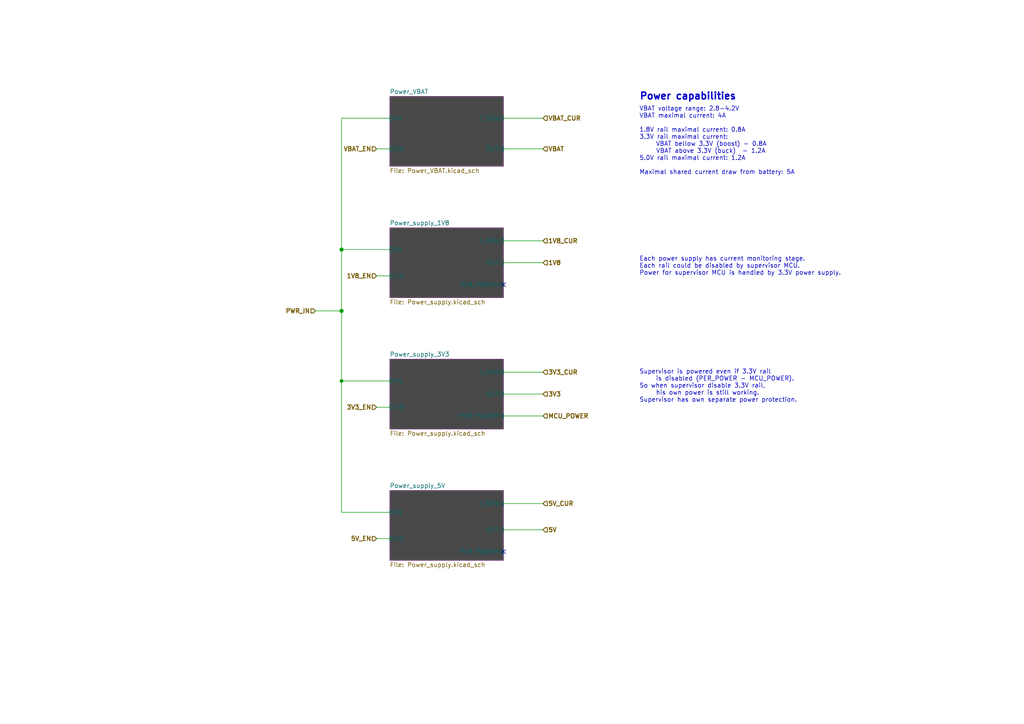
<source format=kicad_sch>
(kicad_sch (version 20210621) (generator eeschema)
  (paper "A4")
  (title_block (title "BUTCube - EPS") (date "2021-06-01") (rev "v1.0") (company "VUT - FIT(STRaDe) & FME(IAE & IPE)") (comment 1 "Author: Petr Malaník"))
  (lib_symbols)
  (junction (at 99.06 72.39) (diameter 1.016))
  (junction (at 99.06 90.17) (diameter 1.016))
  (junction (at 99.06 110.49) (diameter 0.9144))
  (no_connect (at 146.05 82.55))
  (no_connect (at 146.05 160.02))
  (wire (pts (xy 99.06 34.29) (xy 99.06 72.39)))
  (wire (pts (xy 99.06 72.39) (xy 99.06 90.17)))
  (wire (pts (xy 99.06 72.39) (xy 113.03 72.39)))
  (wire (pts (xy 99.06 90.17) (xy 91.44 90.17)))
  (wire (pts (xy 99.06 90.17) (xy 99.06 110.49)))
  (wire (pts (xy 99.06 110.49) (xy 113.03 110.49)))
  (wire (pts (xy 99.06 148.59) (xy 99.06 110.49)))
  (wire (pts (xy 99.06 148.59) (xy 113.03 148.59)))
  (wire (pts (xy 109.22 43.18) (xy 113.03 43.18)))
  (wire (pts (xy 109.22 80.01) (xy 113.03 80.01)))
  (wire (pts (xy 109.22 118.11) (xy 113.03 118.11)))
  (wire (pts (xy 109.22 156.21) (xy 113.03 156.21)))
  (wire (pts (xy 113.03 34.29) (xy 99.06 34.29)))
  (wire (pts (xy 146.05 34.29) (xy 157.48 34.29)))
  (wire (pts (xy 146.05 43.18) (xy 157.48 43.18)))
  (wire (pts (xy 146.05 69.85) (xy 157.48 69.85)))
  (wire (pts (xy 146.05 76.2) (xy 157.48 76.2)))
  (wire (pts (xy 146.05 107.95) (xy 157.48 107.95)))
  (wire (pts (xy 146.05 114.3) (xy 157.48 114.3)))
  (wire (pts (xy 146.05 120.65) (xy 157.48 120.65)))
  (wire (pts (xy 146.05 146.05) (xy 157.48 146.05)))
  (wire (pts (xy 146.05 153.67) (xy 157.48 153.67)))
  (text "Power capabilities" (at 185.42 29.21 0) (effects (font (size 2 2) (thickness 0.4) bold) (justify left bottom)))
  (text "VBAT voltage range: 2.8-4.2V\nVBAT maximal current: 4A\n\n1.8V rail maximal current: 0.8A\n3.3V rail maximal current:\n	VBAT bellow 3.3V (boost) - 0.8A\n     VBAT above 3.3V (buck)  - 1.2A\n5.0V rail maximal current: 1.2A\n\nMaximal shared current draw from battery: 5A\n" (at 185.42 50.8 0) (effects (font (size 1.27 1.27)) (justify left bottom)))
  (text "Each power supply has current monitoring stage.\nEach rail could be disabled by supervisor MCU.\nPower for supervisor MCU is handled by 3.3V power supply.\n" (at 185.42 80.01 0) (effects (font (size 1.27 1.27)) (justify left bottom)))
  (text "Supervisor is powered even if 3.3V rail\n	is disabled (PER_POWER - MCU_POWER).\nSo when supervisor disable 3.3V rail,\n	his own power is still working.\nSupervisor has own separate power protection." (at 185.42 116.84 0) (effects (font (size 1.27 1.27)) (justify left bottom)))
  (hierarchical_label "PWR_IN" (shape input) (at 91.44 90.17 180) (effects (font (thickness 0.254))))
  (hierarchical_label "VBAT_EN" (shape input) (at 109.22 43.18 180) (effects (font (thickness 0.254))))
  (hierarchical_label "1V8_EN" (shape input) (at 109.22 80.01 180) (effects (font (thickness 0.254))))
  (hierarchical_label "3V3_EN" (shape input) (at 109.22 118.11 180) (effects (font (thickness 0.254))))
  (hierarchical_label "5V_EN" (shape input) (at 109.22 156.21 180) (effects (font (thickness 0.254))))
  (hierarchical_label "VBAT_CUR" (shape input) (at 157.48 34.29 0) (effects (font (thickness 0.254))))
  (hierarchical_label "VBAT" (shape input) (at 157.48 43.18 0) (effects (font (thickness 0.254))))
  (hierarchical_label "1V8_CUR" (shape input) (at 157.48 69.85 0) (effects (font (thickness 0.254))))
  (hierarchical_label "1V8" (shape input) (at 157.48 76.2 0) (effects (font (thickness 0.254))))
  (hierarchical_label "3V3_CUR" (shape input) (at 157.48 107.95 0) (effects (font (thickness 0.254))))
  (hierarchical_label "3V3" (shape input) (at 157.48 114.3 0) (effects (font (thickness 0.254))))
  (hierarchical_label "MCU_POWER" (shape input) (at 157.48 120.65 0) (effects (font (thickness 0.254))))
  (hierarchical_label "5V_CUR" (shape input) (at 157.48 146.05 0) (effects (font (thickness 0.254))))
  (hierarchical_label "5V" (shape input) (at 157.48 153.67 0) (effects (font (thickness 0.254))))
  (sheet (at 113.03 27.94) (size 33.02 20.32) (stroke (width 0.001) (color 132 0 132 1)) (fill (color 72 72 72 1.0000))
    (property "Sheet name" "Power_VBAT" (at 113.03 27.3043 0) (effects (justify left bottom)))
    (property "Sheet file" "Power_VBAT.kicad_sch" (at 113.03 48.7687 0) (effects (justify left top)))
    (pin "OUT" input (at 146.05 43.18 0))
    (pin "IN" input (at 113.03 34.29 180))
    (pin "I_SEN" input (at 146.05 34.29 0))
    (pin "EN" input (at 113.03 43.18 180))
  )
  (sheet (at 113.03 66.04) (size 33.02 20.32) (stroke (width 0.001) (color 132 0 132 1)) (fill (color 72 72 72 1.0000))
    (property "Sheet name" "Power_supply_1V8" (at 113.03 65.4043 0) (effects (justify left bottom)))
    (property "Sheet file" "Power_supply.kicad_sch" (at 113.03 86.8687 0) (effects (justify left top)))
    (pin "IN" input (at 113.03 72.39 180))
    (pin "OUT" input (at 146.05 76.2 0))
    (pin "I_SEN" input (at 146.05 69.85 0))
    (pin "EN" input (at 113.03 80.01 180))
    (pin "PER_POWER" input (at 146.05 82.55 0))
  )
  (sheet (at 113.03 104.14) (size 33.02 20.32) (stroke (width 0.001) (color 132 0 132 1)) (fill (color 72 72 72 1.0000))
    (property "Sheet name" "Power_supply_3V3" (at 113.03 103.5043 0) (effects (justify left bottom)))
    (property "Sheet file" "Power_supply.kicad_sch" (at 113.03 124.9687 0) (effects (justify left top)))
    (pin "IN" input (at 113.03 110.49 180))
    (pin "OUT" input (at 146.05 114.3 0))
    (pin "I_SEN" input (at 146.05 107.95 0))
    (pin "EN" input (at 113.03 118.11 180))
    (pin "PER_POWER" input (at 146.05 120.65 0))
  )
  (sheet (at 113.03 142.24) (size 33.02 20.32) (stroke (width 0.001) (color 132 0 132 1)) (fill (color 72 72 72 1.0000))
    (property "Sheet name" "Power_supply_5V" (at 113.03 141.6043 0) (effects (justify left bottom)))
    (property "Sheet file" "Power_supply.kicad_sch" (at 113.03 163.0687 0) (effects (justify left top)))
    (pin "IN" input (at 113.03 148.59 180))
    (pin "OUT" input (at 146.05 153.67 0))
    (pin "I_SEN" input (at 146.05 146.05 0))
    (pin "EN" input (at 113.03 156.21 180))
    (pin "PER_POWER" input (at 146.05 160.02 0))
  )
)
</source>
